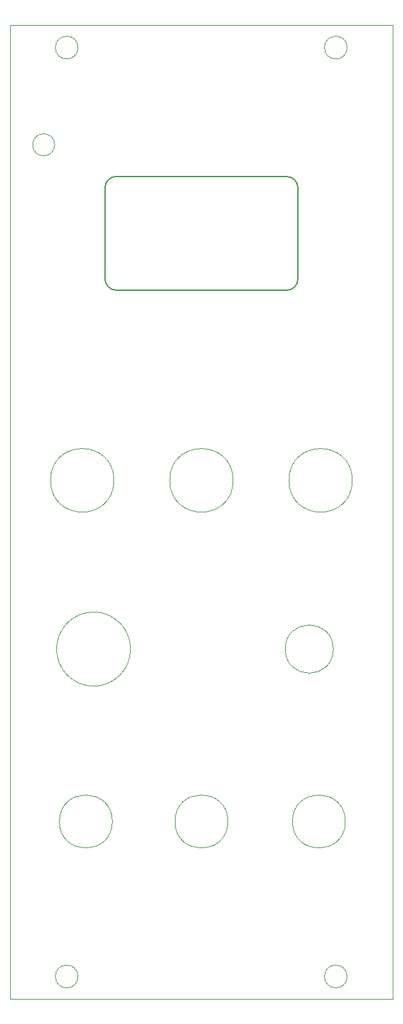
<source format=gm1>
G04 #@! TF.GenerationSoftware,KiCad,Pcbnew,8.0.5*
G04 #@! TF.CreationDate,2024-10-14T19:24:52-05:00*
G04 #@! TF.ProjectId,Front Panel Thonk,46726f6e-7420-4506-916e-656c2054686f,rev?*
G04 #@! TF.SameCoordinates,Original*
G04 #@! TF.FileFunction,Profile,NP*
%FSLAX46Y46*%
G04 Gerber Fmt 4.6, Leading zero omitted, Abs format (unit mm)*
G04 Created by KiCad (PCBNEW 8.0.5) date 2024-10-14 19:24:52*
%MOMM*%
%LPD*%
G01*
G04 APERTURE LIST*
G04 #@! TA.AperFunction,Profile*
%ADD10C,0.200000*%
G04 #@! TD*
G04 #@! TA.AperFunction,Profile*
%ADD11C,0.100000*%
G04 #@! TD*
G04 APERTURE END LIST*
D10*
X61051100Y-59000000D02*
X61051100Y-47000000D01*
D11*
X48501100Y-25503600D02*
X99101100Y-25503600D01*
X48501100Y-154003600D02*
X48501100Y-25503600D01*
X57501100Y-151003600D02*
G75*
G02*
X54501100Y-151003600I-1500000J0D01*
G01*
X54501100Y-151003600D02*
G75*
G02*
X57501100Y-151003600I1500000J0D01*
G01*
X62031100Y-130563600D02*
G75*
G02*
X55031100Y-130563600I-3500000J0D01*
G01*
X55031100Y-130563600D02*
G75*
G02*
X62031100Y-130563600I3500000J0D01*
G01*
X62241100Y-85573600D02*
G75*
G02*
X53861100Y-85573600I-4190000J0D01*
G01*
X53861100Y-85573600D02*
G75*
G02*
X62241100Y-85573600I4190000J0D01*
G01*
X93741100Y-85573600D02*
G75*
G02*
X85361100Y-85573600I-4190000J0D01*
G01*
X85361100Y-85573600D02*
G75*
G02*
X93741100Y-85573600I4190000J0D01*
G01*
X91226100Y-107823600D02*
G75*
G02*
X84876100Y-107823600I-3175000J0D01*
G01*
X84876100Y-107823600D02*
G75*
G02*
X91226100Y-107823600I3175000J0D01*
G01*
X57501100Y-151003600D02*
G75*
G02*
X54501100Y-151003600I-1500000J0D01*
G01*
X54501100Y-151003600D02*
G75*
G02*
X57501100Y-151003600I1500000J0D01*
G01*
X93061100Y-151003600D02*
G75*
G02*
X90061100Y-151003600I-1500000J0D01*
G01*
X90061100Y-151003600D02*
G75*
G02*
X93061100Y-151003600I1500000J0D01*
G01*
D10*
X62551100Y-60500000D02*
G75*
G02*
X61051100Y-59000000I0J1500000D01*
G01*
D11*
X99101100Y-154003600D02*
X48501100Y-154003600D01*
D10*
X61051100Y-47000000D02*
G75*
G02*
X62551100Y-45500000I1500000J0D01*
G01*
D11*
X64441100Y-107823600D02*
G75*
G02*
X54661100Y-107823600I-4890000J0D01*
G01*
X54661100Y-107823600D02*
G75*
G02*
X64441100Y-107823600I4890000J0D01*
G01*
D10*
X86551100Y-59000000D02*
G75*
G02*
X85051100Y-60500000I-1500000J0D01*
G01*
D11*
X93061100Y-151003600D02*
G75*
G02*
X90061100Y-151003600I-1500000J0D01*
G01*
X90061100Y-151003600D02*
G75*
G02*
X93061100Y-151003600I1500000J0D01*
G01*
X93741100Y-85573600D02*
G75*
G02*
X85361100Y-85573600I-4190000J0D01*
G01*
X85361100Y-85573600D02*
G75*
G02*
X93741100Y-85573600I4190000J0D01*
G01*
X99101100Y-25503600D02*
X99101100Y-154003600D01*
X99101100Y-154003600D02*
X48501100Y-154003600D01*
X57500000Y-28500000D02*
G75*
G02*
X54500000Y-28500000I-1500000J0D01*
G01*
X54500000Y-28500000D02*
G75*
G02*
X57500000Y-28500000I1500000J0D01*
G01*
D10*
X85051100Y-60500000D02*
X62551100Y-60500000D01*
D11*
X62241100Y-85573600D02*
G75*
G02*
X53861100Y-85573600I-4190000J0D01*
G01*
X53861100Y-85573600D02*
G75*
G02*
X62241100Y-85573600I4190000J0D01*
G01*
X54401100Y-41323600D02*
G75*
G02*
X51501100Y-41323600I-1450000J0D01*
G01*
X51501100Y-41323600D02*
G75*
G02*
X54401100Y-41323600I1450000J0D01*
G01*
X77301100Y-130563600D02*
G75*
G02*
X70301100Y-130563600I-3500000J0D01*
G01*
X70301100Y-130563600D02*
G75*
G02*
X77301100Y-130563600I3500000J0D01*
G01*
X77991100Y-85573600D02*
G75*
G02*
X69611100Y-85573600I-4190000J0D01*
G01*
X69611100Y-85573600D02*
G75*
G02*
X77991100Y-85573600I4190000J0D01*
G01*
X93061100Y-28500000D02*
G75*
G02*
X90061100Y-28500000I-1500000J0D01*
G01*
X90061100Y-28500000D02*
G75*
G02*
X93061100Y-28500000I1500000J0D01*
G01*
X91226100Y-107823600D02*
G75*
G02*
X84876100Y-107823600I-3175000J0D01*
G01*
X84876100Y-107823600D02*
G75*
G02*
X91226100Y-107823600I3175000J0D01*
G01*
X64441100Y-107823600D02*
G75*
G02*
X54661100Y-107823600I-4890000J0D01*
G01*
X54661100Y-107823600D02*
G75*
G02*
X64441100Y-107823600I4890000J0D01*
G01*
D10*
X85051100Y-45500000D02*
G75*
G02*
X86551100Y-47000000I0J-1500000D01*
G01*
D11*
X92821100Y-130563600D02*
G75*
G02*
X85821100Y-130563600I-3500000J0D01*
G01*
X85821100Y-130563600D02*
G75*
G02*
X92821100Y-130563600I3500000J0D01*
G01*
X48501100Y-25503600D02*
X99101100Y-25503600D01*
X54401100Y-41323600D02*
G75*
G02*
X51501100Y-41323600I-1450000J0D01*
G01*
X51501100Y-41323600D02*
G75*
G02*
X54401100Y-41323600I1450000J0D01*
G01*
X99101100Y-25503600D02*
X99101100Y-154003600D01*
X93061100Y-28500000D02*
G75*
G02*
X90061100Y-28500000I-1500000J0D01*
G01*
X90061100Y-28500000D02*
G75*
G02*
X93061100Y-28500000I1500000J0D01*
G01*
D10*
X86551100Y-47000000D02*
X86551100Y-59000000D01*
D11*
X48501100Y-154003600D02*
X48501100Y-25503600D01*
X57500000Y-28500000D02*
G75*
G02*
X54500000Y-28500000I-1500000J0D01*
G01*
X54500000Y-28500000D02*
G75*
G02*
X57500000Y-28500000I1500000J0D01*
G01*
D10*
X62551100Y-45500000D02*
X85051100Y-45500000D01*
D11*
X77991100Y-85573600D02*
G75*
G02*
X69611100Y-85573600I-4190000J0D01*
G01*
X69611100Y-85573600D02*
G75*
G02*
X77991100Y-85573600I4190000J0D01*
G01*
M02*

</source>
